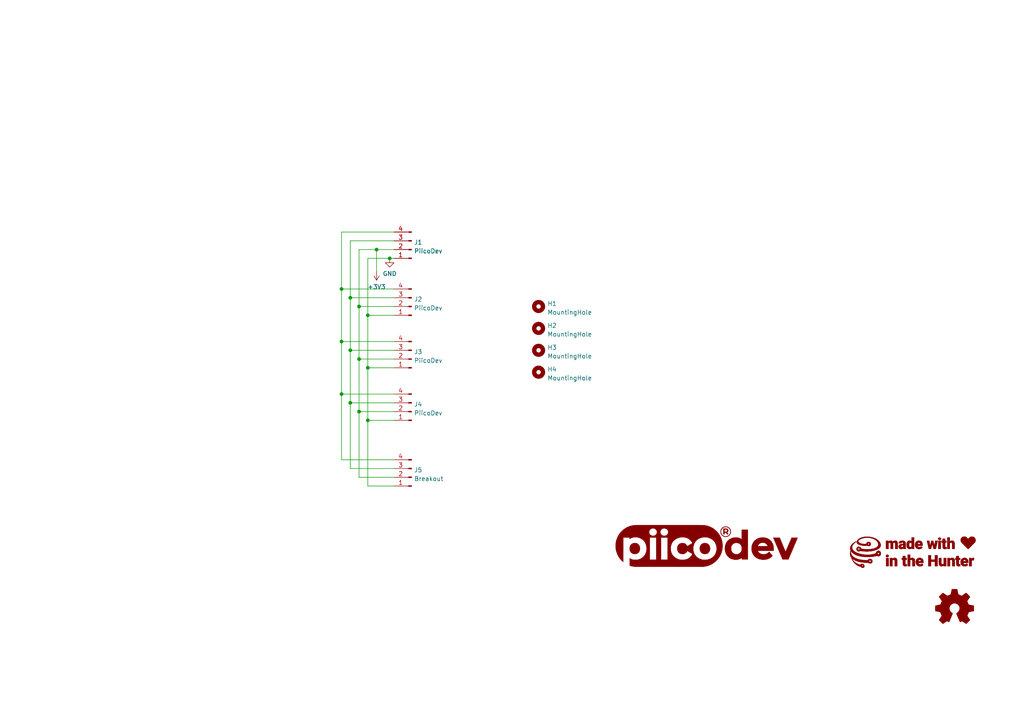
<source format=kicad_sch>
(kicad_sch (version 20211123) (generator eeschema)
  (paper "A4")
  (title_block (title "PiicoDev Splitter") (date "2022-05-24") (rev "10") (company "Core Electronics") (comment 1 "Designed by Michael Ruppe at") (comment 2 "https://creativecommons.org/licenses/by-sa/4.0/deed.ast") (comment 3 "Distributed under CC BY-SA 4.0") (comment 4 "PiicoDev and the PiicoDev Logo are registered trademarks of Core Electronics Pty. Ltd."))
  (lib_symbols
    (symbol "Connector:Conn_01x04_Male" (pin_names (offset 1.016) hide)
      (property "Reference" "J" (at 0 5.08 0))
      (property "Value" "Conn_01x04_Male" (at 0 -7.62 0))
      (symbol "Conn_01x04_Male_1_1"
        (pin passive line (at 5.08 2.54 180) (length 3.81) (name "Pin_1") (number "1"))
        (pin passive line (at 5.08 0 180) (length 3.81) (name "Pin_2") (number "2"))
        (pin passive line (at 5.08 -2.54 180) (length 3.81) (name "Pin_3") (number "3"))
        (pin passive line (at 5.08 -5.08 180) (length 3.81) (name "Pin_4") (number "4"))
      )
    )
    (symbol "CoreElectronics_Artwork:LOGO_CoreElectronics_made-with-love" (pin_names (offset 1.016)))
    (symbol "CoreElectronics_Artwork:LOGO_PiicoDev" (pin_names (offset 1.016)))
    (symbol "Graphic:Logo_Open_Hardware_Small" (pin_names (offset 1.016)))
    (symbol "Mechanical:MountingHole" (pin_names (offset 1.016))
      (property "Reference" "H" (at 0 5.08 0))
      (property "Value" "MountingHole" (at 0 3.175 0))
    )
    (symbol "power:+3V3" (power) (pin_names (offset 0))
      (property "Value" "+3V3" (at 0 3.556 0))
      (symbol "+3V3_1_1"
        (pin power_in line (at 0 0 90) (length 0) hide (name "+3V3") (number "1"))
      )
    )
    (symbol "power:GND" (power) (pin_names (offset 0))
      (property "Value" "GND" (at 0 -3.81 0))
      (symbol "GND_1_1"
        (pin power_in line (at 0 0 270) (length 0) hide (name "GND") (number "1"))
      )
    )
  )
  (junction (at 113.03 74.93))
  (junction (at 109.22 72.39))
  (junction (at 99.06 99.06))
  (junction (at 104.14 88.9))
  (junction (at 104.14 104.14))
  (junction (at 99.06 114.3))
  (junction (at 101.6 101.6))
  (junction (at 99.06 83.82))
  (junction (at 106.68 106.68))
  (junction (at 106.68 91.44))
  (junction (at 106.68 121.92))
  (junction (at 101.6 116.84))
  (junction (at 101.6 86.36))
  (junction (at 104.14 119.38))
  (wire (pts (xy 106.68 121.92) (xy 106.68 140.97)))
  (wire (pts (xy 106.68 91.44) (xy 106.68 74.93)))
  (wire (pts (xy 106.68 140.97) (xy 114.3 140.97)))
  (wire (pts (xy 104.14 88.9) (xy 114.3 88.9)))
  (wire (pts (xy 104.14 104.14) (xy 114.3 104.14)))
  (wire (pts (xy 104.14 138.43) (xy 114.3 138.43)))
  (wire (pts (xy 99.06 83.82) (xy 114.3 83.82)))
  (wire (pts (xy 101.6 101.6) (xy 101.6 86.36)))
  (wire (pts (xy 106.68 74.93) (xy 113.03 74.93)))
  (wire (pts (xy 101.6 135.89) (xy 114.3 135.89)))
  (wire (pts (xy 113.03 74.93) (xy 114.3 74.93)))
  (wire (pts (xy 114.3 116.84) (xy 101.6 116.84)))
  (wire (pts (xy 114.3 67.31) (xy 99.06 67.31)))
  (wire (pts (xy 106.68 91.44) (xy 114.3 91.44)))
  (wire (pts (xy 104.14 104.14) (xy 104.14 119.38)))
  (wire (pts (xy 106.68 106.68) (xy 106.68 91.44)))
  (wire (pts (xy 114.3 133.35) (xy 99.06 133.35)))
  (wire (pts (xy 109.22 72.39) (xy 109.22 78.74)))
  (wire (pts (xy 101.6 86.36) (xy 114.3 86.36)))
  (wire (pts (xy 106.68 121.92) (xy 106.68 106.68)))
  (wire (pts (xy 114.3 121.92) (xy 106.68 121.92)))
  (wire (pts (xy 104.14 88.9) (xy 104.14 104.14)))
  (wire (pts (xy 104.14 119.38) (xy 104.14 138.43)))
  (wire (pts (xy 99.06 99.06) (xy 99.06 114.3)))
  (wire (pts (xy 101.6 86.36) (xy 101.6 69.85)))
  (wire (pts (xy 106.68 106.68) (xy 114.3 106.68)))
  (wire (pts (xy 114.3 72.39) (xy 109.22 72.39)))
  (wire (pts (xy 104.14 72.39) (xy 104.14 88.9)))
  (wire (pts (xy 99.06 83.82) (xy 99.06 99.06)))
  (wire (pts (xy 101.6 116.84) (xy 101.6 101.6)))
  (wire (pts (xy 99.06 99.06) (xy 114.3 99.06)))
  (wire (pts (xy 99.06 133.35) (xy 99.06 114.3)))
  (wire (pts (xy 99.06 67.31) (xy 99.06 83.82)))
  (wire (pts (xy 109.22 72.39) (xy 104.14 72.39)))
  (wire (pts (xy 104.14 119.38) (xy 114.3 119.38)))
  (wire (pts (xy 99.06 114.3) (xy 114.3 114.3)))
  (wire (pts (xy 101.6 101.6) (xy 114.3 101.6)))
  (wire (pts (xy 101.6 116.84) (xy 101.6 135.89)))
  (wire (pts (xy 101.6 69.85) (xy 114.3 69.85)))
  (symbol (lib_id "Connector:Conn_01x04_Male") (at 119.38 119.38 180) (unit 1)
    (property "Reference" "J4" (at 120.0912 117.2753 0) (effects (justify right)))
    (property "Value" "PiicoDev" (at 120.0912 119.8122 0) (effects (justify right)))
  )
  (symbol (lib_id "Connector:Conn_01x04_Male") (at 119.38 72.39 180) (unit 1)
    (property "Reference" "J1" (at 120.0912 70.2853 0) (effects (justify right)))
    (property "Value" "PiicoDev" (at 120.0912 72.8222 0) (effects (justify right)))
  )
  (symbol (lib_id "Mechanical:MountingHole") (at 156.21 107.95 0) (unit 1)
    (property "Reference" "H4" (at 158.75 107.1153 0) (effects (justify left)))
    (property "Value" "MountingHole" (at 158.75 109.6522 0) (effects (justify left)))
  )
  (symbol (lib_id "power:+3V3") (at 109.22 78.74 180) (unit 1)
    (property "Reference" "#PWR02" (effects hide))
    (property "Value" "+3V3" (at 109.22 83.1834 0))
  )
  (symbol (lib_id "Mechanical:MountingHole") (at 156.21 95.25 0) (unit 1)
    (property "Reference" "H2" (at 158.75 94.4153 0) (effects (justify left)))
    (property "Value" "MountingHole" (at 158.75 96.9522 0) (effects (justify left)))
  )
  (symbol (lib_id "Graphic:Logo_Open_Hardware_Small") (at 276.86 176.53 0) (unit 1)
    (property "Reference" "#LOGO1" (effects hide))
    (property "Value" "Logo_Open_Hardware_Small" (effects hide))
  )
  (symbol (lib_id "Mechanical:MountingHole") (at 156.21 101.6 0) (unit 1)
    (property "Reference" "H3" (at 158.75 100.7653 0) (effects (justify left)))
    (property "Value" "MountingHole" (at 158.75 103.3022 0) (effects (justify left)))
  )
  (symbol (lib_id "CoreElectronics_Artwork:LOGO_PiicoDev") (at 207.01 158.75 0) (unit 1)
    (property "Reference" "#G1" (effects hide))
    (property "Value" "LOGO_PiicoDev" (effects hide))
  )
  (symbol (lib_id "CoreElectronics_Artwork:LOGO_CoreElectronics_made-with-love") (at 265.43 160.02 0) (unit 1)
    (property "Reference" "#G2" (effects hide))
    (property "Value" "LOGO_CoreElectronics_made-with-love" (effects hide))
  )
  (symbol (lib_id "Connector:Conn_01x04_Male") (at 119.38 88.9 180) (unit 1)
    (property "Reference" "J2" (at 120.0912 86.7953 0) (effects (justify right)))
    (property "Value" "PiicoDev" (at 120.0912 89.3322 0) (effects (justify right)))
  )
  (symbol (lib_id "Connector:Conn_01x04_Male") (at 119.38 104.14 180) (unit 1)
    (property "Reference" "J3" (at 120.0912 102.0353 0) (effects (justify right)))
    (property "Value" "PiicoDev" (at 120.0912 104.5722 0) (effects (justify right)))
  )
  (symbol (lib_id "Mechanical:MountingHole") (at 156.21 88.9 0) (unit 1)
    (property "Reference" "H1" (at 158.75 88.0653 0) (effects (justify left)))
    (property "Value" "MountingHole" (at 158.75 90.6022 0) (effects (justify left)))
  )
  (symbol (lib_id "power:GND") (at 113.03 74.93 0) (unit 1)
    (property "Reference" "#PWR01" (effects hide))
    (property "Value" "GND" (at 113.03 79.3734 0))
  )
  (symbol (lib_id "Connector:Conn_01x04_Male") (at 119.38 138.43 180) (unit 1)
    (property "Reference" "J5" (at 120.0912 136.3253 0) (effects (justify right)))
    (property "Value" "Breakout" (at 120.0912 138.8622 0) (effects (justify right)))
  )
)
</source>
